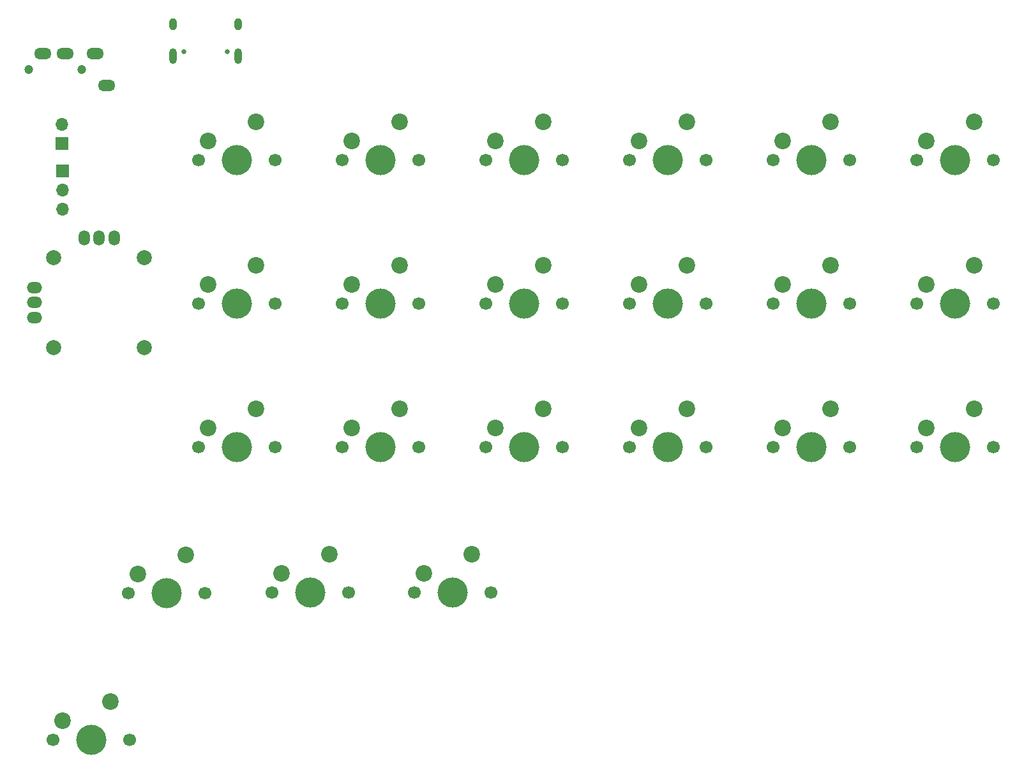
<source format=gbr>
%TF.GenerationSoftware,KiCad,Pcbnew,9.0.0*%
%TF.CreationDate,2025-03-25T03:20:05+09:00*%
%TF.ProjectId,keyboardR,6b657962-6f61-4726-9452-2e6b69636164,rev?*%
%TF.SameCoordinates,Original*%
%TF.FileFunction,Soldermask,Bot*%
%TF.FilePolarity,Negative*%
%FSLAX46Y46*%
G04 Gerber Fmt 4.6, Leading zero omitted, Abs format (unit mm)*
G04 Created by KiCad (PCBNEW 9.0.0) date 2025-03-25 03:20:05*
%MOMM*%
%LPD*%
G01*
G04 APERTURE LIST*
%ADD10C,1.200000*%
%ADD11O,2.300000X1.500000*%
%ADD12C,0.650000*%
%ADD13O,1.000000X2.100000*%
%ADD14O,1.000000X1.600000*%
%ADD15C,1.700000*%
%ADD16C,4.000000*%
%ADD17C,2.200000*%
%ADD18C,2.010000*%
%ADD19O,2.000000X1.500000*%
%ADD20O,1.500000X2.000000*%
%ADD21R,1.700000X1.700000*%
%ADD22O,1.700000X1.700000*%
G04 APERTURE END LIST*
D10*
%TO.C,J4*%
X79863762Y-52474000D03*
X86863762Y-52474000D03*
D11*
X84663762Y-50324000D03*
X81663762Y-50324000D03*
X90163762Y-54624000D03*
X88663762Y-50324000D03*
%TD*%
D12*
%TO.C,J1*%
X106194762Y-50150000D03*
X100414762Y-50150000D03*
D13*
X107624762Y-50680000D03*
D14*
X107624762Y-46500000D03*
D13*
X98984762Y-50680000D03*
D14*
X98984762Y-46500000D03*
%TD*%
D15*
%TO.C,SW12*%
X102393762Y-83554000D03*
D16*
X107473762Y-83554000D03*
D15*
X112553762Y-83554000D03*
D17*
X110013762Y-78474000D03*
X103663762Y-81014000D03*
%TD*%
D15*
%TO.C,SW14*%
X178593762Y-102604000D03*
D16*
X183673762Y-102604000D03*
D15*
X188753762Y-102604000D03*
D17*
X186213762Y-97524000D03*
X179863762Y-100064000D03*
%TD*%
D18*
%TO.C,J5*%
X83163762Y-89424000D03*
X95163762Y-89424000D03*
X83163762Y-77424000D03*
X95163762Y-77424000D03*
D19*
X80563762Y-81424000D03*
D20*
X91163762Y-74824000D03*
D19*
X80563762Y-83424000D03*
X80563762Y-85424000D03*
D20*
X87163762Y-74824000D03*
X89163762Y-74824000D03*
%TD*%
D15*
%TO.C,SW18*%
X102393762Y-102604000D03*
D16*
X107473762Y-102604000D03*
D15*
X112553762Y-102604000D03*
D17*
X110013762Y-97524000D03*
X103663762Y-100064000D03*
%TD*%
D15*
%TO.C,SW17*%
X121443762Y-102604000D03*
D16*
X126523762Y-102604000D03*
D15*
X131603762Y-102604000D03*
D17*
X129063762Y-97524000D03*
X122713762Y-100064000D03*
%TD*%
D15*
%TO.C,SW20*%
X112083762Y-121924000D03*
D16*
X117163762Y-121924000D03*
D15*
X122243762Y-121924000D03*
D17*
X119703762Y-116844000D03*
X113353762Y-119384000D03*
%TD*%
D15*
%TO.C,SW1*%
X197643762Y-64504000D03*
D16*
X202723762Y-64504000D03*
D15*
X207803762Y-64504000D03*
D17*
X205263762Y-59424000D03*
X198913762Y-61964000D03*
%TD*%
D15*
%TO.C,SW11*%
X121443762Y-83554000D03*
D16*
X126523762Y-83554000D03*
D15*
X131603762Y-83554000D03*
D17*
X129063762Y-78474000D03*
X122713762Y-81014000D03*
%TD*%
D15*
%TO.C,SW9*%
X159543762Y-83554000D03*
D16*
X164623762Y-83554000D03*
D15*
X169703762Y-83554000D03*
D17*
X167163762Y-78474000D03*
X160813762Y-81014000D03*
%TD*%
D15*
%TO.C,SW10*%
X140493762Y-83554000D03*
D16*
X145573762Y-83554000D03*
D15*
X150653762Y-83554000D03*
D17*
X148113762Y-78474000D03*
X141763762Y-81014000D03*
%TD*%
D15*
%TO.C,SW15*%
X159543762Y-102604000D03*
D16*
X164623762Y-102604000D03*
D15*
X169703762Y-102604000D03*
D17*
X167163762Y-97524000D03*
X160813762Y-100064000D03*
%TD*%
D15*
%TO.C,SW5*%
X121443762Y-64504000D03*
D16*
X126523762Y-64504000D03*
D15*
X131603762Y-64504000D03*
D17*
X129063762Y-59424000D03*
X122713762Y-61964000D03*
%TD*%
D21*
%TO.C,J3*%
X84265238Y-62275000D03*
D22*
X84265238Y-59735000D03*
%TD*%
D15*
%TO.C,SW13*%
X197643762Y-102604000D03*
D16*
X202723762Y-102604000D03*
D15*
X207803762Y-102604000D03*
D17*
X205263762Y-97524000D03*
X198913762Y-100064000D03*
%TD*%
D15*
%TO.C,SW2*%
X178593762Y-64504000D03*
D16*
X183673762Y-64504000D03*
D15*
X188753762Y-64504000D03*
D17*
X186213762Y-59424000D03*
X179863762Y-61964000D03*
%TD*%
D15*
%TO.C,SW3*%
X159543762Y-64504000D03*
D16*
X164623762Y-64504000D03*
D15*
X169703762Y-64504000D03*
D17*
X167163762Y-59424000D03*
X160813762Y-61964000D03*
%TD*%
D15*
%TO.C,SW4*%
X140493762Y-64504000D03*
D16*
X145573762Y-64504000D03*
D15*
X150653762Y-64504000D03*
D17*
X148113762Y-59424000D03*
X141763762Y-61964000D03*
%TD*%
D15*
%TO.C,SW6*%
X102393762Y-64504000D03*
D16*
X107473762Y-64504000D03*
D15*
X112553762Y-64504000D03*
D17*
X110013762Y-59424000D03*
X103663762Y-61964000D03*
%TD*%
D15*
%TO.C,SW8*%
X178593762Y-83554000D03*
D16*
X183673762Y-83554000D03*
D15*
X188753762Y-83554000D03*
D17*
X186213762Y-78474000D03*
X179863762Y-81014000D03*
%TD*%
D15*
%TO.C,SW22*%
X83083762Y-141424000D03*
D16*
X88163762Y-141424000D03*
D15*
X93243762Y-141424000D03*
D17*
X90703762Y-136344000D03*
X84353762Y-138884000D03*
%TD*%
D21*
%TO.C,J2*%
X84365238Y-65975000D03*
D22*
X84365238Y-68515000D03*
X84365238Y-71055000D03*
%TD*%
D15*
%TO.C,SW19*%
X131003762Y-121924000D03*
D16*
X136083762Y-121924000D03*
D15*
X141163762Y-121924000D03*
D17*
X138623762Y-116844000D03*
X132273762Y-119384000D03*
%TD*%
D15*
%TO.C,SW7*%
X197643762Y-83554000D03*
D16*
X202723762Y-83554000D03*
D15*
X207803762Y-83554000D03*
D17*
X205263762Y-78474000D03*
X198913762Y-81014000D03*
%TD*%
D15*
%TO.C,SW16*%
X140493762Y-102604000D03*
D16*
X145573762Y-102604000D03*
D15*
X150653762Y-102604000D03*
D17*
X148113762Y-97524000D03*
X141763762Y-100064000D03*
%TD*%
D15*
%TO.C,SW21*%
X93043762Y-122004000D03*
D16*
X98123762Y-122004000D03*
D15*
X103203762Y-122004000D03*
D17*
X100663762Y-116924000D03*
X94313762Y-119464000D03*
%TD*%
M02*

</source>
